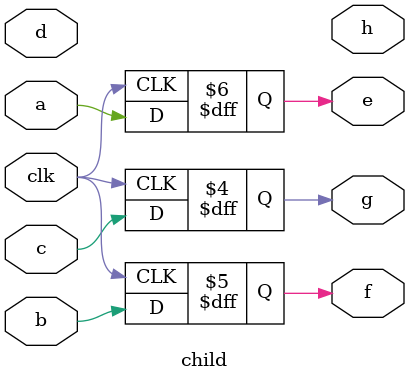
<source format=v>

module top
  (
   // Outputs
   e, f, g, h,
   // Inputs
   clk, a, b, c, d
   );

  input                 clk;
  input                 a, b, c, d;
  output                e, f, g, h;

  child child
    (/*AUTOINST*/
     // Outputs
     .e					(e),
     .f					(f),
     .g					(g),
     .h					(h),
     // Inputs
     .clk				(clk),
     .a					(a),
     .b					(b),
     .c					(c),
     .d					(d));
endmodule // top

module child(
  // Outputs
  e, f, g, h,
  // Inputs
  clk, a, b, c, d
  );

  input                 clk;
  input                 a, b, c, d;
  output                e, f, g, h;

  reg			e;
  reg			f;
  reg			g;
  reg			h;

  always @ (posedge clk) e <= a;
  always @ (posedge clk) f <= b;
  always @ (posedge clk) g <= c;

endmodule // child

</source>
